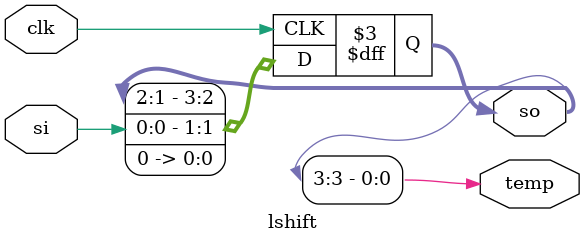
<source format=v>
module lshift(
    input clk,si,
    output reg [3:0] so,
    output   temp
    );
    always@(posedge clk)
    begin
    so[0]=si;
    so=so<<1;
    end
    assign temp=so[3];
endmodule

</source>
